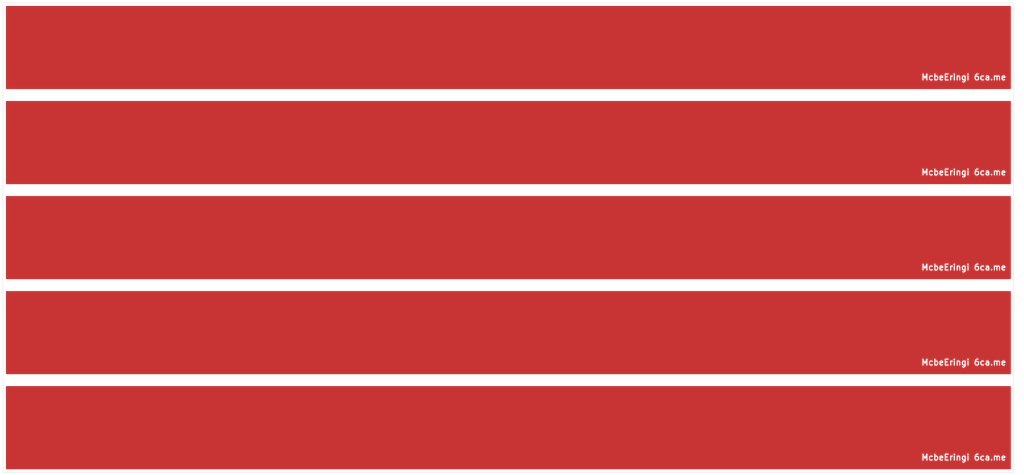
<source format=kicad_pcb>
(kicad_pcb (version 20241229) (generator "pcbnew") (generator_version "9.0")
  (layers (0 "F.Cu" signal) (2 "B.Cu" signal) (13 "F.Paste" user) (15 "B.Paste" user) (5 "F.SilkS" user "F.Silkscreen") (7 "B.SilkS" user "B.Silkscreen") (1 "F.Mask" user) (3 "B.Mask" user) (25 "Edge.Cuts" user))
  (net 0 "")
  (footprint "QRCODE" (layer "F.Cu") (at 183.375 56.875)
    (property "Reference" "" (at 0 0 0) (layer "F.SilkS") (effects (font (size 1.27 1.27))))
    (property "Value" "6ca.me")
  )
  (footprint "Library:mcbeeringi_icon_10mm" (layer "F.Cu") (at 178.5 27.5)
    (property "Reference" "" (at 0 0 0) (layer "F.SilkS") (effects (font (size 1.27 1.27))))
    (property "Value" "LOGO" (hide yes))
  )
  (footprint "QRCODE" (layer "F.Cu") (at 183.375 24.875)
    (property "Reference" "" (at 0 0 0) (layer "F.SilkS") (effects (font (size 1.27 1.27))))
    (property "Value" "6ca.me")
  )
  (footprint "QRCODE" (layer "F.Cu") (at 183.375 40.875)
    (property "Reference" "" (at 0 0 0) (layer "F.SilkS") (effects (font (size 1.27 1.27))))
    (property "Value" "6ca.me")
  )
  (footprint "QRCODE" (layer "F.Cu") (at 183.375 88.875)
    (property "Reference" "" (at 0 0 0) (layer "F.SilkS") (effects (font (size 1.27 1.27))))
    (property "Value" "6ca.me")
  )
  (footprint "QRCODE" (layer "F.Cu") (at 183.375 72.875)
    (property "Reference" "" (at 0 0 0) (layer "F.SilkS") (effects (font (size 1.27 1.27))))
    (property "Value" "6ca.me")
  )
  (footprint "Library:mcbeeringi_icon_10mm" (layer "F.Cu") (at 178.5 91.5)
    (property "Reference" "" (at 0 0 0) (layer "F.SilkS") (effects (font (size 1.27 1.27))))
    (property "Value" "LOGO" (hide yes))
  )
  (footprint "Library:mcbeeringi_icon_10mm" (layer "F.Cu") (at 178.5 59.5)
    (property "Reference" "" (at 0 0 0) (layer "F.SilkS") (effects (font (size 1.27 1.27))))
    (property "Value" "LOGO" (hide yes))
  )
  (footprint "Library:mcbeeringi_icon_10mm" (layer "F.Cu") (at 178.5 43.5)
    (property "Reference" "" (at 0 0 0) (layer "F.SilkS") (effects (font (size 1.27 1.27))))
    (property "Value" "LOGO" (hide yes))
  )
  (footprint "Library:mcbeeringi_icon_10mm" (layer "F.Cu") (at 178.5 75.5)
    (property "Reference" "" (at 0 0 0) (layer "F.SilkS") (effects (font (size 1.27 1.27))))
    (property "Value" "LOGO" (hide yes))
  )
  (gr_line (start 20 20) (end 190 20) (stroke (width 0.05)) (layer "Edge.Cuts"))
  (gr_line (start 20 99) (end 20 20) (stroke (width 0.05)) (layer "Edge.Cuts"))
  (gr_line (start 190 99) (end 190 20) (stroke (width 0.05)) (layer "Edge.Cuts"))
  (gr_line (start 190 99) (end 20 99) (stroke (width 0.05)) (layer "Edge.Cuts"))
  (gr_text "6ca.me" (at 186 32.5 0) (layer "F.Cu" knockout) (effects (font (size 1 1) (thickness 0.2) (bold yes))))
  (gr_text "McbeEringi" (at 178.5 80.5 0) (layer "F.Cu" knockout) (effects (font (size 1 1) (thickness 0.2) (bold yes))))
  (gr_text "McbeEringi" (at 178.5 32.5 0) (layer "F.Cu" knockout) (effects (font (size 1 1) (thickness 0.2) (bold yes))))
  (gr_text "6ca.me" (at 186 48.5 0) (layer "F.Cu" knockout) (effects (font (size 1 1) (thickness 0.2) (bold yes))))
  (gr_text "McbeEringi" (at 178.5 96.5 0) (layer "F.Cu" knockout) (effects (font (size 1 1) (thickness 0.2) (bold yes))))
  (gr_text "McbeEringi" (at 178.5 64.5 0) (layer "F.Cu" knockout) (effects (font (size 1 1) (thickness 0.2) (bold yes))))
  (gr_text "6ca.me" (at 186 80.5 0) (layer "F.Cu" knockout) (effects (font (size 1 1) (thickness 0.2) (bold yes))))
  (gr_text "6ca.me" (at 186 64.5 0) (layer "F.Cu" knockout) (effects (font (size 1 1) (thickness 0.2) (bold yes))))
  (gr_text "6ca.me" (at 186 96.5 0) (layer "F.Cu" knockout) (effects (font (size 1 1) (thickness 0.2) (bold yes))))
  (gr_text "McbeEringi" (at 178.5 48.5 0) (layer "F.Cu" knockout) (effects (font (size 1 1) (thickness 0.2) (bold yes))))
  (zone (net 0) (net_name "") (layer "F.Cu") (connect_pads (clearance 0.5)) (min_thickness 0.25) (fill yes (thermal_gap 0.5) (thermal_bridge_width 0.5) (island_removal_mode 1) (island_area_min 10))
    (polygon (pts (xy 19.5 83.5) (xy 190.5 83.5) (xy 190.5 99.5) (xy 19.5 99.5)))
  )
  (zone (net 0) (net_name "") (layer "F.Cu") (connect_pads (clearance 0.5)) (min_thickness 0.25) (fill yes (thermal_gap 0.5) (thermal_bridge_width 0.5) (island_removal_mode 1) (island_area_min 10))
    (polygon (pts (xy 19.5 67.5) (xy 190.5 67.5) (xy 190.5 83.5) (xy 19.5 83.5)))
  )
  (zone (net 0) (net_name "") (layer "F.Cu") (connect_pads (clearance 0.5)) (min_thickness 0.25) (fill yes (thermal_gap 0.5) (thermal_bridge_width 0.5) (island_removal_mode 1) (island_area_min 10))
    (polygon (pts (xy 19.5 35.5) (xy 190.5 35.5) (xy 190.5 51.5) (xy 19.5 51.5)))
  )
  (zone (net 0) (net_name "") (layer "F.Cu") (connect_pads (clearance 0.5)) (min_thickness 0.25) (fill yes (thermal_gap 0.5) (thermal_bridge_width 0.5) (island_removal_mode 1) (island_area_min 10))
    (polygon (pts (xy 19.5 51.5) (xy 190.5 51.5) (xy 190.5 67.5) (xy 19.5 67.5)))
  )
  (zone (net 0) (net_name "") (layer "F.Cu") (connect_pads (clearance 0.5)) (min_thickness 0.25) (fill yes (thermal_gap 0.5) (thermal_bridge_width 0.5) (island_removal_mode 1) (island_area_min 10))
    (polygon (pts (xy 19.5 19.5) (xy 190.5 19.5) (xy 190.5 35.5) (xy 19.5 35.5)))
  )
)
</source>
